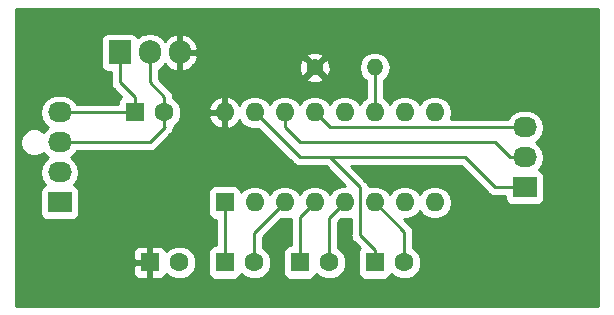
<source format=gbr>
G04 #@! TF.GenerationSoftware,KiCad,Pcbnew,(5.0.0)*
G04 #@! TF.CreationDate,2018-09-20T15:45:23+02:00*
G04 #@! TF.ProjectId,minitel_interface,6D696E6974656C5F696E746572666163,rev?*
G04 #@! TF.SameCoordinates,Original*
G04 #@! TF.FileFunction,Copper,L1,Top,Signal*
G04 #@! TF.FilePolarity,Positive*
%FSLAX46Y46*%
G04 Gerber Fmt 4.6, Leading zero omitted, Abs format (unit mm)*
G04 Created by KiCad (PCBNEW (5.0.0)) date 09/20/18 15:45:23*
%MOMM*%
%LPD*%
G01*
G04 APERTURE LIST*
G04 #@! TA.AperFunction,ComponentPad*
%ADD10R,1.600000X1.600000*%
G04 #@! TD*
G04 #@! TA.AperFunction,ComponentPad*
%ADD11C,1.600000*%
G04 #@! TD*
G04 #@! TA.AperFunction,ComponentPad*
%ADD12R,2.030000X1.730000*%
G04 #@! TD*
G04 #@! TA.AperFunction,ComponentPad*
%ADD13O,2.030000X1.730000*%
G04 #@! TD*
G04 #@! TA.AperFunction,ComponentPad*
%ADD14C,1.400000*%
G04 #@! TD*
G04 #@! TA.AperFunction,ComponentPad*
%ADD15O,1.400000X1.400000*%
G04 #@! TD*
G04 #@! TA.AperFunction,ComponentPad*
%ADD16R,1.905000X2.000000*%
G04 #@! TD*
G04 #@! TA.AperFunction,ComponentPad*
%ADD17O,1.905000X2.000000*%
G04 #@! TD*
G04 #@! TA.AperFunction,ComponentPad*
%ADD18O,1.600000X1.600000*%
G04 #@! TD*
G04 #@! TA.AperFunction,Conductor*
%ADD19C,0.250000*%
G04 #@! TD*
G04 #@! TA.AperFunction,Conductor*
%ADD20C,0.254000*%
G04 #@! TD*
G04 APERTURE END LIST*
D10*
G04 #@! TO.P,C1,1*
G04 #@! TO.N,+12V*
X43180000Y-31750000D03*
D11*
G04 #@! TO.P,C1,2*
G04 #@! TO.N,GND*
X45680000Y-31750000D03*
G04 #@! TD*
G04 #@! TO.P,C2,2*
G04 #@! TO.N,Net-(C2-Pad2)*
X53300000Y-44450000D03*
D10*
G04 #@! TO.P,C2,1*
G04 #@! TO.N,Net-(C2-Pad1)*
X50800000Y-44450000D03*
G04 #@! TD*
G04 #@! TO.P,C3,1*
G04 #@! TO.N,Net-(C3-Pad1)*
X57150000Y-44450000D03*
D11*
G04 #@! TO.P,C3,2*
G04 #@! TO.N,Net-(C3-Pad2)*
X59650000Y-44450000D03*
G04 #@! TD*
G04 #@! TO.P,C4,2*
G04 #@! TO.N,Net-(C4-Pad2)*
X46950000Y-44450000D03*
D10*
G04 #@! TO.P,C4,1*
G04 #@! TO.N,REG_5V*
X44450000Y-44450000D03*
G04 #@! TD*
G04 #@! TO.P,C5,1*
G04 #@! TO.N,GND*
X63500000Y-44450000D03*
D11*
G04 #@! TO.P,C5,2*
G04 #@! TO.N,Net-(C5-Pad2)*
X66000000Y-44450000D03*
G04 #@! TD*
D12*
G04 #@! TO.P,MinitelDIN5,1*
G04 #@! TO.N,Net-(MinitelDIN5-Pad1)*
X36830000Y-39370000D03*
D13*
G04 #@! TO.P,MinitelDIN5,2*
G04 #@! TO.N,Net-(MinitelDIN5-Pad2)*
X36830000Y-36830000D03*
G04 #@! TO.P,MinitelDIN5,3*
G04 #@! TO.N,GND*
X36830000Y-34290000D03*
G04 #@! TO.P,MinitelDIN5,4*
G04 #@! TO.N,+12V*
X36830000Y-31750000D03*
G04 #@! TD*
D12*
G04 #@! TO.P,PC-Serial1,1*
G04 #@! TO.N,GND*
X76200000Y-38100000D03*
D13*
G04 #@! TO.P,PC-Serial1,2*
G04 #@! TO.N,Net-(PC-Serial1-Pad2)*
X76200000Y-35560000D03*
G04 #@! TO.P,PC-Serial1,3*
G04 #@! TO.N,Net-(PC-Serial1-Pad3)*
X76200000Y-33020000D03*
G04 #@! TD*
D14*
G04 #@! TO.P,R1,1*
G04 #@! TO.N,REG_5V*
X58420000Y-27940000D03*
D15*
G04 #@! TO.P,R1,2*
G04 #@! TO.N,Net-(MinitelDIN5-Pad1)*
X63500000Y-27940000D03*
G04 #@! TD*
D16*
G04 #@! TO.P,U1,1*
G04 #@! TO.N,+12V*
X41910000Y-26670000D03*
D17*
G04 #@! TO.P,U1,2*
G04 #@! TO.N,GND*
X44450000Y-26670000D03*
G04 #@! TO.P,U1,3*
G04 #@! TO.N,REG_5V*
X46990000Y-26670000D03*
G04 #@! TD*
D10*
G04 #@! TO.P,U2,1*
G04 #@! TO.N,Net-(C2-Pad1)*
X50800000Y-39370000D03*
D18*
G04 #@! TO.P,U2,9*
G04 #@! TO.N,Net-(U2-Pad9)*
X68580000Y-31750000D03*
G04 #@! TO.P,U2,2*
G04 #@! TO.N,Net-(C4-Pad2)*
X53340000Y-39370000D03*
G04 #@! TO.P,U2,10*
G04 #@! TO.N,Net-(MinitelDIN5-Pad2)*
X66040000Y-31750000D03*
G04 #@! TO.P,U2,3*
G04 #@! TO.N,Net-(C2-Pad2)*
X55880000Y-39370000D03*
G04 #@! TO.P,U2,11*
G04 #@! TO.N,Net-(MinitelDIN5-Pad1)*
X63500000Y-31750000D03*
G04 #@! TO.P,U2,4*
G04 #@! TO.N,Net-(C3-Pad1)*
X58420000Y-39370000D03*
G04 #@! TO.P,U2,12*
G04 #@! TO.N,Net-(U2-Pad12)*
X60960000Y-31750000D03*
G04 #@! TO.P,U2,5*
G04 #@! TO.N,Net-(C3-Pad2)*
X60960000Y-39370000D03*
G04 #@! TO.P,U2,13*
G04 #@! TO.N,Net-(PC-Serial1-Pad3)*
X58420000Y-31750000D03*
G04 #@! TO.P,U2,6*
G04 #@! TO.N,Net-(C5-Pad2)*
X63500000Y-39370000D03*
G04 #@! TO.P,U2,14*
G04 #@! TO.N,Net-(PC-Serial1-Pad2)*
X55880000Y-31750000D03*
G04 #@! TO.P,U2,7*
G04 #@! TO.N,Net-(U2-Pad7)*
X66040000Y-39370000D03*
G04 #@! TO.P,U2,15*
G04 #@! TO.N,GND*
X53340000Y-31750000D03*
G04 #@! TO.P,U2,8*
G04 #@! TO.N,Net-(U2-Pad8)*
X68580000Y-39370000D03*
G04 #@! TO.P,U2,16*
G04 #@! TO.N,REG_5V*
X50800000Y-31750000D03*
G04 #@! TD*
D19*
G04 #@! TO.N,+12V*
X36830000Y-31750000D02*
X43180000Y-31750000D01*
X43180000Y-31750000D02*
X43180000Y-30480000D01*
X41910000Y-29210000D02*
X41910000Y-26670000D01*
X43180000Y-30480000D02*
X41910000Y-29210000D01*
G04 #@! TO.N,GND*
X45680000Y-31750000D02*
X45680000Y-30440000D01*
X44450000Y-29210000D02*
X44450000Y-26670000D01*
X45680000Y-30440000D02*
X44450000Y-29210000D01*
X44450000Y-34290000D02*
X45720000Y-33020000D01*
X36830000Y-34290000D02*
X44450000Y-34290000D01*
X45680000Y-32980000D02*
X45680000Y-31750000D01*
X45720000Y-33020000D02*
X45680000Y-32980000D01*
X53340000Y-31750000D02*
X57150000Y-35560000D01*
X57150000Y-35560000D02*
X71120000Y-35560000D01*
X73660000Y-38100000D02*
X76200000Y-38100000D01*
X71120000Y-35560000D02*
X73660000Y-38100000D01*
X63500000Y-43400000D02*
X62230000Y-42130000D01*
X63500000Y-44450000D02*
X63500000Y-43400000D01*
X62230000Y-42130000D02*
X62230000Y-38100000D01*
X62230000Y-38100000D02*
X59690000Y-35560000D01*
G04 #@! TO.N,Net-(C2-Pad2)*
X53300000Y-41950000D02*
X55880000Y-39370000D01*
X53300000Y-44450000D02*
X53300000Y-41950000D01*
G04 #@! TO.N,Net-(C2-Pad1)*
X50800000Y-39370000D02*
X50800000Y-44450000D01*
G04 #@! TO.N,Net-(C3-Pad1)*
X57150000Y-40640000D02*
X58420000Y-39370000D01*
X57150000Y-44450000D02*
X57150000Y-40640000D01*
G04 #@! TO.N,Net-(C3-Pad2)*
X59650000Y-40680000D02*
X60960000Y-39370000D01*
X59650000Y-44450000D02*
X59650000Y-40680000D01*
G04 #@! TO.N,REG_5V*
X57150000Y-26670000D02*
X58420000Y-27940000D01*
X46990000Y-26670000D02*
X57150000Y-26670000D01*
X48260000Y-31750000D02*
X50800000Y-31750000D01*
X46990000Y-26670000D02*
X46990000Y-30480000D01*
X46990000Y-30480000D02*
X48260000Y-31750000D01*
X44450000Y-36830000D02*
X44450000Y-44450000D01*
X50800000Y-31750000D02*
X49530000Y-31750000D01*
X49530000Y-31750000D02*
X44450000Y-36830000D01*
G04 #@! TO.N,Net-(C5-Pad2)*
X66000000Y-41870000D02*
X63500000Y-39370000D01*
X66000000Y-44450000D02*
X66000000Y-41870000D01*
G04 #@! TO.N,Net-(MinitelDIN5-Pad1)*
X63500000Y-27940000D02*
X63500000Y-31750000D01*
G04 #@! TO.N,Net-(PC-Serial1-Pad2)*
X74935000Y-35560000D02*
X73665000Y-34290000D01*
X76200000Y-35560000D02*
X74935000Y-35560000D01*
X73665000Y-34290000D02*
X57150000Y-34290000D01*
X57150000Y-34290000D02*
X55880000Y-33020000D01*
X55880000Y-33020000D02*
X55880000Y-31750000D01*
G04 #@! TO.N,Net-(PC-Serial1-Pad3)*
X59690000Y-33020000D02*
X58420000Y-31750000D01*
X76200000Y-33020000D02*
X59690000Y-33020000D01*
G04 #@! TD*
D20*
G04 #@! TO.N,REG_5V*
G36*
X82423000Y-48133000D02*
X33147000Y-48133000D01*
X33147000Y-44735750D01*
X43015000Y-44735750D01*
X43015000Y-45376310D01*
X43111673Y-45609699D01*
X43290302Y-45788327D01*
X43523691Y-45885000D01*
X44164250Y-45885000D01*
X44323000Y-45726250D01*
X44323000Y-44577000D01*
X43173750Y-44577000D01*
X43015000Y-44735750D01*
X33147000Y-44735750D01*
X33147000Y-43523690D01*
X43015000Y-43523690D01*
X43015000Y-44164250D01*
X43173750Y-44323000D01*
X44323000Y-44323000D01*
X44323000Y-43173750D01*
X44577000Y-43173750D01*
X44577000Y-44323000D01*
X44597000Y-44323000D01*
X44597000Y-44577000D01*
X44577000Y-44577000D01*
X44577000Y-45726250D01*
X44735750Y-45885000D01*
X45376309Y-45885000D01*
X45609698Y-45788327D01*
X45788327Y-45609699D01*
X45873845Y-45403241D01*
X46137138Y-45666534D01*
X46664561Y-45885000D01*
X47235439Y-45885000D01*
X47762862Y-45666534D01*
X48166534Y-45262862D01*
X48385000Y-44735439D01*
X48385000Y-44164561D01*
X48166534Y-43637138D01*
X47762862Y-43233466D01*
X47235439Y-43015000D01*
X46664561Y-43015000D01*
X46137138Y-43233466D01*
X45873845Y-43496759D01*
X45788327Y-43290301D01*
X45609698Y-43111673D01*
X45376309Y-43015000D01*
X44735750Y-43015000D01*
X44577000Y-43173750D01*
X44323000Y-43173750D01*
X44164250Y-43015000D01*
X43523691Y-43015000D01*
X43290302Y-43111673D01*
X43111673Y-43290301D01*
X43015000Y-43523690D01*
X33147000Y-43523690D01*
X33147000Y-34054289D01*
X33485000Y-34054289D01*
X33485000Y-34525711D01*
X33665405Y-34961249D01*
X33998751Y-35294595D01*
X34434289Y-35475000D01*
X34905711Y-35475000D01*
X35341249Y-35294595D01*
X35464717Y-35171127D01*
X35598561Y-35371439D01*
X35880762Y-35560000D01*
X35598561Y-35748561D01*
X35267032Y-36244729D01*
X35150614Y-36830000D01*
X35267032Y-37415271D01*
X35592175Y-37901882D01*
X35567235Y-37906843D01*
X35357191Y-38047191D01*
X35216843Y-38257235D01*
X35167560Y-38505000D01*
X35167560Y-40235000D01*
X35216843Y-40482765D01*
X35357191Y-40692809D01*
X35567235Y-40833157D01*
X35815000Y-40882440D01*
X37845000Y-40882440D01*
X38092765Y-40833157D01*
X38302809Y-40692809D01*
X38443157Y-40482765D01*
X38492440Y-40235000D01*
X38492440Y-38570000D01*
X49352560Y-38570000D01*
X49352560Y-40170000D01*
X49401843Y-40417765D01*
X49542191Y-40627809D01*
X49752235Y-40768157D01*
X50000000Y-40817440D01*
X50040000Y-40817440D01*
X50040001Y-43002560D01*
X50000000Y-43002560D01*
X49752235Y-43051843D01*
X49542191Y-43192191D01*
X49401843Y-43402235D01*
X49352560Y-43650000D01*
X49352560Y-45250000D01*
X49401843Y-45497765D01*
X49542191Y-45707809D01*
X49752235Y-45848157D01*
X50000000Y-45897440D01*
X51600000Y-45897440D01*
X51847765Y-45848157D01*
X52057809Y-45707809D01*
X52198157Y-45497765D01*
X52218101Y-45397497D01*
X52487138Y-45666534D01*
X53014561Y-45885000D01*
X53585439Y-45885000D01*
X54112862Y-45666534D01*
X54516534Y-45262862D01*
X54735000Y-44735439D01*
X54735000Y-44164561D01*
X54516534Y-43637138D01*
X54112862Y-43233466D01*
X54060000Y-43211570D01*
X54060000Y-42264801D01*
X55556114Y-40768688D01*
X55738667Y-40805000D01*
X56021333Y-40805000D01*
X56390001Y-40731667D01*
X56390000Y-43002560D01*
X56350000Y-43002560D01*
X56102235Y-43051843D01*
X55892191Y-43192191D01*
X55751843Y-43402235D01*
X55702560Y-43650000D01*
X55702560Y-45250000D01*
X55751843Y-45497765D01*
X55892191Y-45707809D01*
X56102235Y-45848157D01*
X56350000Y-45897440D01*
X57950000Y-45897440D01*
X58197765Y-45848157D01*
X58407809Y-45707809D01*
X58548157Y-45497765D01*
X58568101Y-45397497D01*
X58837138Y-45666534D01*
X59364561Y-45885000D01*
X59935439Y-45885000D01*
X60462862Y-45666534D01*
X60866534Y-45262862D01*
X61085000Y-44735439D01*
X61085000Y-44164561D01*
X60866534Y-43637138D01*
X60462862Y-43233466D01*
X60410000Y-43211570D01*
X60410000Y-40994801D01*
X60636114Y-40768688D01*
X60818667Y-40805000D01*
X61101333Y-40805000D01*
X61470000Y-40731667D01*
X61470000Y-42055153D01*
X61455112Y-42130000D01*
X61470000Y-42204847D01*
X61470000Y-42204851D01*
X61514096Y-42426536D01*
X61682071Y-42677929D01*
X61745530Y-42720331D01*
X62232257Y-43207058D01*
X62101843Y-43402235D01*
X62052560Y-43650000D01*
X62052560Y-45250000D01*
X62101843Y-45497765D01*
X62242191Y-45707809D01*
X62452235Y-45848157D01*
X62700000Y-45897440D01*
X64300000Y-45897440D01*
X64547765Y-45848157D01*
X64757809Y-45707809D01*
X64898157Y-45497765D01*
X64918101Y-45397497D01*
X65187138Y-45666534D01*
X65714561Y-45885000D01*
X66285439Y-45885000D01*
X66812862Y-45666534D01*
X67216534Y-45262862D01*
X67435000Y-44735439D01*
X67435000Y-44164561D01*
X67216534Y-43637138D01*
X66812862Y-43233466D01*
X66760000Y-43211570D01*
X66760000Y-41944847D01*
X66774888Y-41870000D01*
X66760000Y-41795153D01*
X66760000Y-41795148D01*
X66715904Y-41573463D01*
X66547929Y-41322071D01*
X66484473Y-41279671D01*
X66009802Y-40805000D01*
X66181333Y-40805000D01*
X66599909Y-40721740D01*
X67074577Y-40404577D01*
X67310000Y-40052242D01*
X67545423Y-40404577D01*
X68020091Y-40721740D01*
X68438667Y-40805000D01*
X68721333Y-40805000D01*
X69139909Y-40721740D01*
X69614577Y-40404577D01*
X69931740Y-39929909D01*
X70043113Y-39370000D01*
X69931740Y-38810091D01*
X69614577Y-38335423D01*
X69139909Y-38018260D01*
X68721333Y-37935000D01*
X68438667Y-37935000D01*
X68020091Y-38018260D01*
X67545423Y-38335423D01*
X67310000Y-38687758D01*
X67074577Y-38335423D01*
X66599909Y-38018260D01*
X66181333Y-37935000D01*
X65898667Y-37935000D01*
X65480091Y-38018260D01*
X65005423Y-38335423D01*
X64770000Y-38687758D01*
X64534577Y-38335423D01*
X64059909Y-38018260D01*
X63641333Y-37935000D01*
X63358667Y-37935000D01*
X62986782Y-38008972D01*
X62945904Y-37803463D01*
X62904102Y-37740902D01*
X62820329Y-37615526D01*
X62820327Y-37615524D01*
X62777929Y-37552071D01*
X62714476Y-37509673D01*
X61524802Y-36320000D01*
X70805199Y-36320000D01*
X73069673Y-38584476D01*
X73112071Y-38647929D01*
X73175524Y-38690327D01*
X73175526Y-38690329D01*
X73300902Y-38774102D01*
X73363463Y-38815904D01*
X73585148Y-38860000D01*
X73585152Y-38860000D01*
X73659999Y-38874888D01*
X73734846Y-38860000D01*
X74537560Y-38860000D01*
X74537560Y-38965000D01*
X74586843Y-39212765D01*
X74727191Y-39422809D01*
X74937235Y-39563157D01*
X75185000Y-39612440D01*
X77215000Y-39612440D01*
X77462765Y-39563157D01*
X77672809Y-39422809D01*
X77813157Y-39212765D01*
X77862440Y-38965000D01*
X77862440Y-37235000D01*
X77813157Y-36987235D01*
X77672809Y-36777191D01*
X77462765Y-36636843D01*
X77437825Y-36631882D01*
X77762968Y-36145271D01*
X77879386Y-35560000D01*
X77762968Y-34974729D01*
X77431439Y-34478561D01*
X77149238Y-34290000D01*
X77431439Y-34101439D01*
X77762968Y-33605271D01*
X77879386Y-33020000D01*
X77762968Y-32434729D01*
X77431439Y-31938561D01*
X76935271Y-31607032D01*
X76497733Y-31520000D01*
X75902267Y-31520000D01*
X75464729Y-31607032D01*
X74968561Y-31938561D01*
X74753782Y-32260000D01*
X69941668Y-32260000D01*
X70043113Y-31750000D01*
X69931740Y-31190091D01*
X69614577Y-30715423D01*
X69139909Y-30398260D01*
X68721333Y-30315000D01*
X68438667Y-30315000D01*
X68020091Y-30398260D01*
X67545423Y-30715423D01*
X67310000Y-31067758D01*
X67074577Y-30715423D01*
X66599909Y-30398260D01*
X66181333Y-30315000D01*
X65898667Y-30315000D01*
X65480091Y-30398260D01*
X65005423Y-30715423D01*
X64770000Y-31067758D01*
X64534577Y-30715423D01*
X64260000Y-30531957D01*
X64260000Y-29037774D01*
X64462481Y-28902481D01*
X64757542Y-28460891D01*
X64861154Y-27940000D01*
X64757542Y-27419109D01*
X64462481Y-26977519D01*
X64020891Y-26682458D01*
X63631485Y-26605000D01*
X63368515Y-26605000D01*
X62979109Y-26682458D01*
X62537519Y-26977519D01*
X62242458Y-27419109D01*
X62138846Y-27940000D01*
X62242458Y-28460891D01*
X62537519Y-28902481D01*
X62740000Y-29037775D01*
X62740001Y-30531956D01*
X62465423Y-30715423D01*
X62230000Y-31067758D01*
X61994577Y-30715423D01*
X61519909Y-30398260D01*
X61101333Y-30315000D01*
X60818667Y-30315000D01*
X60400091Y-30398260D01*
X59925423Y-30715423D01*
X59690000Y-31067758D01*
X59454577Y-30715423D01*
X58979909Y-30398260D01*
X58561333Y-30315000D01*
X58278667Y-30315000D01*
X57860091Y-30398260D01*
X57385423Y-30715423D01*
X57150000Y-31067758D01*
X56914577Y-30715423D01*
X56439909Y-30398260D01*
X56021333Y-30315000D01*
X55738667Y-30315000D01*
X55320091Y-30398260D01*
X54845423Y-30715423D01*
X54610000Y-31067758D01*
X54374577Y-30715423D01*
X53899909Y-30398260D01*
X53481333Y-30315000D01*
X53198667Y-30315000D01*
X52780091Y-30398260D01*
X52305423Y-30715423D01*
X52049053Y-31099108D01*
X51952389Y-30894866D01*
X51537423Y-30518959D01*
X51149039Y-30358096D01*
X50927000Y-30480085D01*
X50927000Y-31623000D01*
X50947000Y-31623000D01*
X50947000Y-31877000D01*
X50927000Y-31877000D01*
X50927000Y-33019915D01*
X51149039Y-33141904D01*
X51537423Y-32981041D01*
X51952389Y-32605134D01*
X52049053Y-32400892D01*
X52305423Y-32784577D01*
X52780091Y-33101740D01*
X53198667Y-33185000D01*
X53481333Y-33185000D01*
X53663887Y-33148688D01*
X56559670Y-36044472D01*
X56602071Y-36107929D01*
X56665527Y-36150329D01*
X56853462Y-36275904D01*
X56901605Y-36285480D01*
X57075148Y-36320000D01*
X57075152Y-36320000D01*
X57150000Y-36334888D01*
X57224848Y-36320000D01*
X59375199Y-36320000D01*
X60990198Y-37935000D01*
X60818667Y-37935000D01*
X60400091Y-38018260D01*
X59925423Y-38335423D01*
X59690000Y-38687758D01*
X59454577Y-38335423D01*
X58979909Y-38018260D01*
X58561333Y-37935000D01*
X58278667Y-37935000D01*
X57860091Y-38018260D01*
X57385423Y-38335423D01*
X57150000Y-38687758D01*
X56914577Y-38335423D01*
X56439909Y-38018260D01*
X56021333Y-37935000D01*
X55738667Y-37935000D01*
X55320091Y-38018260D01*
X54845423Y-38335423D01*
X54610000Y-38687758D01*
X54374577Y-38335423D01*
X53899909Y-38018260D01*
X53481333Y-37935000D01*
X53198667Y-37935000D01*
X52780091Y-38018260D01*
X52305423Y-38335423D01*
X52224785Y-38456106D01*
X52198157Y-38322235D01*
X52057809Y-38112191D01*
X51847765Y-37971843D01*
X51600000Y-37922560D01*
X50000000Y-37922560D01*
X49752235Y-37971843D01*
X49542191Y-38112191D01*
X49401843Y-38322235D01*
X49352560Y-38570000D01*
X38492440Y-38570000D01*
X38492440Y-38505000D01*
X38443157Y-38257235D01*
X38302809Y-38047191D01*
X38092765Y-37906843D01*
X38067825Y-37901882D01*
X38392968Y-37415271D01*
X38509386Y-36830000D01*
X38392968Y-36244729D01*
X38061439Y-35748561D01*
X37779238Y-35560000D01*
X38061439Y-35371439D01*
X38276218Y-35050000D01*
X44375153Y-35050000D01*
X44450000Y-35064888D01*
X44524847Y-35050000D01*
X44524852Y-35050000D01*
X44746537Y-35005904D01*
X44997929Y-34837929D01*
X45040331Y-34774470D01*
X46204473Y-33610329D01*
X46267929Y-33567929D01*
X46435904Y-33316537D01*
X46494888Y-33020000D01*
X46484908Y-32969828D01*
X46492862Y-32966534D01*
X46896534Y-32562862D01*
X47088655Y-32099041D01*
X49408086Y-32099041D01*
X49647611Y-32605134D01*
X50062577Y-32981041D01*
X50450961Y-33141904D01*
X50673000Y-33019915D01*
X50673000Y-31877000D01*
X49529371Y-31877000D01*
X49408086Y-32099041D01*
X47088655Y-32099041D01*
X47115000Y-32035439D01*
X47115000Y-31464561D01*
X47088656Y-31400959D01*
X49408086Y-31400959D01*
X49529371Y-31623000D01*
X50673000Y-31623000D01*
X50673000Y-30480085D01*
X50450961Y-30358096D01*
X50062577Y-30518959D01*
X49647611Y-30894866D01*
X49408086Y-31400959D01*
X47088656Y-31400959D01*
X46896534Y-30937138D01*
X46492862Y-30533466D01*
X46440602Y-30511819D01*
X46454888Y-30440000D01*
X46440000Y-30365152D01*
X46440000Y-30365148D01*
X46395904Y-30143463D01*
X46395904Y-30143462D01*
X46270329Y-29955527D01*
X46227929Y-29892071D01*
X46164473Y-29849671D01*
X45210000Y-28895199D01*
X45210000Y-28875275D01*
X57664331Y-28875275D01*
X57726169Y-29111042D01*
X58227122Y-29287419D01*
X58757440Y-29258664D01*
X59113831Y-29111042D01*
X59175669Y-28875275D01*
X58420000Y-28119605D01*
X57664331Y-28875275D01*
X45210000Y-28875275D01*
X45210000Y-28118953D01*
X45594523Y-27862023D01*
X45729159Y-27660526D01*
X46123076Y-28045973D01*
X46617020Y-28260563D01*
X46863000Y-28140594D01*
X46863000Y-26797000D01*
X47117000Y-26797000D01*
X47117000Y-28140594D01*
X47362980Y-28260563D01*
X47856924Y-28045973D01*
X48162341Y-27747122D01*
X57072581Y-27747122D01*
X57101336Y-28277440D01*
X57248958Y-28633831D01*
X57484725Y-28695669D01*
X58240395Y-27940000D01*
X58599605Y-27940000D01*
X59355275Y-28695669D01*
X59591042Y-28633831D01*
X59767419Y-28132878D01*
X59738664Y-27602560D01*
X59591042Y-27246169D01*
X59355275Y-27184331D01*
X58599605Y-27940000D01*
X58240395Y-27940000D01*
X57484725Y-27184331D01*
X57248958Y-27246169D01*
X57072581Y-27747122D01*
X48162341Y-27747122D01*
X48299318Y-27613091D01*
X48542380Y-27043864D01*
X48522276Y-27004725D01*
X57664331Y-27004725D01*
X58420000Y-27760395D01*
X59175669Y-27004725D01*
X59113831Y-26768958D01*
X58612878Y-26592581D01*
X58082560Y-26621336D01*
X57726169Y-26768958D01*
X57664331Y-27004725D01*
X48522276Y-27004725D01*
X48415572Y-26797000D01*
X47117000Y-26797000D01*
X46863000Y-26797000D01*
X46843000Y-26797000D01*
X46843000Y-26543000D01*
X46863000Y-26543000D01*
X46863000Y-25199406D01*
X47117000Y-25199406D01*
X47117000Y-26543000D01*
X48415572Y-26543000D01*
X48542380Y-26296136D01*
X48299318Y-25726909D01*
X47856924Y-25294027D01*
X47362980Y-25079437D01*
X47117000Y-25199406D01*
X46863000Y-25199406D01*
X46617020Y-25079437D01*
X46123076Y-25294027D01*
X45729159Y-25679474D01*
X45594523Y-25477977D01*
X45069410Y-25127109D01*
X44450000Y-25003900D01*
X43830589Y-25127109D01*
X43438509Y-25389088D01*
X43320309Y-25212191D01*
X43110265Y-25071843D01*
X42862500Y-25022560D01*
X40957500Y-25022560D01*
X40709735Y-25071843D01*
X40499691Y-25212191D01*
X40359343Y-25422235D01*
X40310060Y-25670000D01*
X40310060Y-27670000D01*
X40359343Y-27917765D01*
X40499691Y-28127809D01*
X40709735Y-28268157D01*
X40957500Y-28317440D01*
X41150000Y-28317440D01*
X41150000Y-29135153D01*
X41135112Y-29210000D01*
X41150000Y-29284847D01*
X41150000Y-29284851D01*
X41194096Y-29506536D01*
X41362071Y-29757929D01*
X41425530Y-29800331D01*
X42039204Y-30414005D01*
X41922191Y-30492191D01*
X41781843Y-30702235D01*
X41732560Y-30950000D01*
X41732560Y-30990000D01*
X38276218Y-30990000D01*
X38061439Y-30668561D01*
X37565271Y-30337032D01*
X37127733Y-30250000D01*
X36532267Y-30250000D01*
X36094729Y-30337032D01*
X35598561Y-30668561D01*
X35267032Y-31164729D01*
X35150614Y-31750000D01*
X35267032Y-32335271D01*
X35598561Y-32831439D01*
X35880762Y-33020000D01*
X35598561Y-33208561D01*
X35464717Y-33408873D01*
X35341249Y-33285405D01*
X34905711Y-33105000D01*
X34434289Y-33105000D01*
X33998751Y-33285405D01*
X33665405Y-33618751D01*
X33485000Y-34054289D01*
X33147000Y-34054289D01*
X33147000Y-22987000D01*
X82423000Y-22987000D01*
X82423000Y-48133000D01*
X82423000Y-48133000D01*
G37*
X82423000Y-48133000D02*
X33147000Y-48133000D01*
X33147000Y-44735750D01*
X43015000Y-44735750D01*
X43015000Y-45376310D01*
X43111673Y-45609699D01*
X43290302Y-45788327D01*
X43523691Y-45885000D01*
X44164250Y-45885000D01*
X44323000Y-45726250D01*
X44323000Y-44577000D01*
X43173750Y-44577000D01*
X43015000Y-44735750D01*
X33147000Y-44735750D01*
X33147000Y-43523690D01*
X43015000Y-43523690D01*
X43015000Y-44164250D01*
X43173750Y-44323000D01*
X44323000Y-44323000D01*
X44323000Y-43173750D01*
X44577000Y-43173750D01*
X44577000Y-44323000D01*
X44597000Y-44323000D01*
X44597000Y-44577000D01*
X44577000Y-44577000D01*
X44577000Y-45726250D01*
X44735750Y-45885000D01*
X45376309Y-45885000D01*
X45609698Y-45788327D01*
X45788327Y-45609699D01*
X45873845Y-45403241D01*
X46137138Y-45666534D01*
X46664561Y-45885000D01*
X47235439Y-45885000D01*
X47762862Y-45666534D01*
X48166534Y-45262862D01*
X48385000Y-44735439D01*
X48385000Y-44164561D01*
X48166534Y-43637138D01*
X47762862Y-43233466D01*
X47235439Y-43015000D01*
X46664561Y-43015000D01*
X46137138Y-43233466D01*
X45873845Y-43496759D01*
X45788327Y-43290301D01*
X45609698Y-43111673D01*
X45376309Y-43015000D01*
X44735750Y-43015000D01*
X44577000Y-43173750D01*
X44323000Y-43173750D01*
X44164250Y-43015000D01*
X43523691Y-43015000D01*
X43290302Y-43111673D01*
X43111673Y-43290301D01*
X43015000Y-43523690D01*
X33147000Y-43523690D01*
X33147000Y-34054289D01*
X33485000Y-34054289D01*
X33485000Y-34525711D01*
X33665405Y-34961249D01*
X33998751Y-35294595D01*
X34434289Y-35475000D01*
X34905711Y-35475000D01*
X35341249Y-35294595D01*
X35464717Y-35171127D01*
X35598561Y-35371439D01*
X35880762Y-35560000D01*
X35598561Y-35748561D01*
X35267032Y-36244729D01*
X35150614Y-36830000D01*
X35267032Y-37415271D01*
X35592175Y-37901882D01*
X35567235Y-37906843D01*
X35357191Y-38047191D01*
X35216843Y-38257235D01*
X35167560Y-38505000D01*
X35167560Y-40235000D01*
X35216843Y-40482765D01*
X35357191Y-40692809D01*
X35567235Y-40833157D01*
X35815000Y-40882440D01*
X37845000Y-40882440D01*
X38092765Y-40833157D01*
X38302809Y-40692809D01*
X38443157Y-40482765D01*
X38492440Y-40235000D01*
X38492440Y-38570000D01*
X49352560Y-38570000D01*
X49352560Y-40170000D01*
X49401843Y-40417765D01*
X49542191Y-40627809D01*
X49752235Y-40768157D01*
X50000000Y-40817440D01*
X50040000Y-40817440D01*
X50040001Y-43002560D01*
X50000000Y-43002560D01*
X49752235Y-43051843D01*
X49542191Y-43192191D01*
X49401843Y-43402235D01*
X49352560Y-43650000D01*
X49352560Y-45250000D01*
X49401843Y-45497765D01*
X49542191Y-45707809D01*
X49752235Y-45848157D01*
X50000000Y-45897440D01*
X51600000Y-45897440D01*
X51847765Y-45848157D01*
X52057809Y-45707809D01*
X52198157Y-45497765D01*
X52218101Y-45397497D01*
X52487138Y-45666534D01*
X53014561Y-45885000D01*
X53585439Y-45885000D01*
X54112862Y-45666534D01*
X54516534Y-45262862D01*
X54735000Y-44735439D01*
X54735000Y-44164561D01*
X54516534Y-43637138D01*
X54112862Y-43233466D01*
X54060000Y-43211570D01*
X54060000Y-42264801D01*
X55556114Y-40768688D01*
X55738667Y-40805000D01*
X56021333Y-40805000D01*
X56390001Y-40731667D01*
X56390000Y-43002560D01*
X56350000Y-43002560D01*
X56102235Y-43051843D01*
X55892191Y-43192191D01*
X55751843Y-43402235D01*
X55702560Y-43650000D01*
X55702560Y-45250000D01*
X55751843Y-45497765D01*
X55892191Y-45707809D01*
X56102235Y-45848157D01*
X56350000Y-45897440D01*
X57950000Y-45897440D01*
X58197765Y-45848157D01*
X58407809Y-45707809D01*
X58548157Y-45497765D01*
X58568101Y-45397497D01*
X58837138Y-45666534D01*
X59364561Y-45885000D01*
X59935439Y-45885000D01*
X60462862Y-45666534D01*
X60866534Y-45262862D01*
X61085000Y-44735439D01*
X61085000Y-44164561D01*
X60866534Y-43637138D01*
X60462862Y-43233466D01*
X60410000Y-43211570D01*
X60410000Y-40994801D01*
X60636114Y-40768688D01*
X60818667Y-40805000D01*
X61101333Y-40805000D01*
X61470000Y-40731667D01*
X61470000Y-42055153D01*
X61455112Y-42130000D01*
X61470000Y-42204847D01*
X61470000Y-42204851D01*
X61514096Y-42426536D01*
X61682071Y-42677929D01*
X61745530Y-42720331D01*
X62232257Y-43207058D01*
X62101843Y-43402235D01*
X62052560Y-43650000D01*
X62052560Y-45250000D01*
X62101843Y-45497765D01*
X62242191Y-45707809D01*
X62452235Y-45848157D01*
X62700000Y-45897440D01*
X64300000Y-45897440D01*
X64547765Y-45848157D01*
X64757809Y-45707809D01*
X64898157Y-45497765D01*
X64918101Y-45397497D01*
X65187138Y-45666534D01*
X65714561Y-45885000D01*
X66285439Y-45885000D01*
X66812862Y-45666534D01*
X67216534Y-45262862D01*
X67435000Y-44735439D01*
X67435000Y-44164561D01*
X67216534Y-43637138D01*
X66812862Y-43233466D01*
X66760000Y-43211570D01*
X66760000Y-41944847D01*
X66774888Y-41870000D01*
X66760000Y-41795153D01*
X66760000Y-41795148D01*
X66715904Y-41573463D01*
X66547929Y-41322071D01*
X66484473Y-41279671D01*
X66009802Y-40805000D01*
X66181333Y-40805000D01*
X66599909Y-40721740D01*
X67074577Y-40404577D01*
X67310000Y-40052242D01*
X67545423Y-40404577D01*
X68020091Y-40721740D01*
X68438667Y-40805000D01*
X68721333Y-40805000D01*
X69139909Y-40721740D01*
X69614577Y-40404577D01*
X69931740Y-39929909D01*
X70043113Y-39370000D01*
X69931740Y-38810091D01*
X69614577Y-38335423D01*
X69139909Y-38018260D01*
X68721333Y-37935000D01*
X68438667Y-37935000D01*
X68020091Y-38018260D01*
X67545423Y-38335423D01*
X67310000Y-38687758D01*
X67074577Y-38335423D01*
X66599909Y-38018260D01*
X66181333Y-37935000D01*
X65898667Y-37935000D01*
X65480091Y-38018260D01*
X65005423Y-38335423D01*
X64770000Y-38687758D01*
X64534577Y-38335423D01*
X64059909Y-38018260D01*
X63641333Y-37935000D01*
X63358667Y-37935000D01*
X62986782Y-38008972D01*
X62945904Y-37803463D01*
X62904102Y-37740902D01*
X62820329Y-37615526D01*
X62820327Y-37615524D01*
X62777929Y-37552071D01*
X62714476Y-37509673D01*
X61524802Y-36320000D01*
X70805199Y-36320000D01*
X73069673Y-38584476D01*
X73112071Y-38647929D01*
X73175524Y-38690327D01*
X73175526Y-38690329D01*
X73300902Y-38774102D01*
X73363463Y-38815904D01*
X73585148Y-38860000D01*
X73585152Y-38860000D01*
X73659999Y-38874888D01*
X73734846Y-38860000D01*
X74537560Y-38860000D01*
X74537560Y-38965000D01*
X74586843Y-39212765D01*
X74727191Y-39422809D01*
X74937235Y-39563157D01*
X75185000Y-39612440D01*
X77215000Y-39612440D01*
X77462765Y-39563157D01*
X77672809Y-39422809D01*
X77813157Y-39212765D01*
X77862440Y-38965000D01*
X77862440Y-37235000D01*
X77813157Y-36987235D01*
X77672809Y-36777191D01*
X77462765Y-36636843D01*
X77437825Y-36631882D01*
X77762968Y-36145271D01*
X77879386Y-35560000D01*
X77762968Y-34974729D01*
X77431439Y-34478561D01*
X77149238Y-34290000D01*
X77431439Y-34101439D01*
X77762968Y-33605271D01*
X77879386Y-33020000D01*
X77762968Y-32434729D01*
X77431439Y-31938561D01*
X76935271Y-31607032D01*
X76497733Y-31520000D01*
X75902267Y-31520000D01*
X75464729Y-31607032D01*
X74968561Y-31938561D01*
X74753782Y-32260000D01*
X69941668Y-32260000D01*
X70043113Y-31750000D01*
X69931740Y-31190091D01*
X69614577Y-30715423D01*
X69139909Y-30398260D01*
X68721333Y-30315000D01*
X68438667Y-30315000D01*
X68020091Y-30398260D01*
X67545423Y-30715423D01*
X67310000Y-31067758D01*
X67074577Y-30715423D01*
X66599909Y-30398260D01*
X66181333Y-30315000D01*
X65898667Y-30315000D01*
X65480091Y-30398260D01*
X65005423Y-30715423D01*
X64770000Y-31067758D01*
X64534577Y-30715423D01*
X64260000Y-30531957D01*
X64260000Y-29037774D01*
X64462481Y-28902481D01*
X64757542Y-28460891D01*
X64861154Y-27940000D01*
X64757542Y-27419109D01*
X64462481Y-26977519D01*
X64020891Y-26682458D01*
X63631485Y-26605000D01*
X63368515Y-26605000D01*
X62979109Y-26682458D01*
X62537519Y-26977519D01*
X62242458Y-27419109D01*
X62138846Y-27940000D01*
X62242458Y-28460891D01*
X62537519Y-28902481D01*
X62740000Y-29037775D01*
X62740001Y-30531956D01*
X62465423Y-30715423D01*
X62230000Y-31067758D01*
X61994577Y-30715423D01*
X61519909Y-30398260D01*
X61101333Y-30315000D01*
X60818667Y-30315000D01*
X60400091Y-30398260D01*
X59925423Y-30715423D01*
X59690000Y-31067758D01*
X59454577Y-30715423D01*
X58979909Y-30398260D01*
X58561333Y-30315000D01*
X58278667Y-30315000D01*
X57860091Y-30398260D01*
X57385423Y-30715423D01*
X57150000Y-31067758D01*
X56914577Y-30715423D01*
X56439909Y-30398260D01*
X56021333Y-30315000D01*
X55738667Y-30315000D01*
X55320091Y-30398260D01*
X54845423Y-30715423D01*
X54610000Y-31067758D01*
X54374577Y-30715423D01*
X53899909Y-30398260D01*
X53481333Y-30315000D01*
X53198667Y-30315000D01*
X52780091Y-30398260D01*
X52305423Y-30715423D01*
X52049053Y-31099108D01*
X51952389Y-30894866D01*
X51537423Y-30518959D01*
X51149039Y-30358096D01*
X50927000Y-30480085D01*
X50927000Y-31623000D01*
X50947000Y-31623000D01*
X50947000Y-31877000D01*
X50927000Y-31877000D01*
X50927000Y-33019915D01*
X51149039Y-33141904D01*
X51537423Y-32981041D01*
X51952389Y-32605134D01*
X52049053Y-32400892D01*
X52305423Y-32784577D01*
X52780091Y-33101740D01*
X53198667Y-33185000D01*
X53481333Y-33185000D01*
X53663887Y-33148688D01*
X56559670Y-36044472D01*
X56602071Y-36107929D01*
X56665527Y-36150329D01*
X56853462Y-36275904D01*
X56901605Y-36285480D01*
X57075148Y-36320000D01*
X57075152Y-36320000D01*
X57150000Y-36334888D01*
X57224848Y-36320000D01*
X59375199Y-36320000D01*
X60990198Y-37935000D01*
X60818667Y-37935000D01*
X60400091Y-38018260D01*
X59925423Y-38335423D01*
X59690000Y-38687758D01*
X59454577Y-38335423D01*
X58979909Y-38018260D01*
X58561333Y-37935000D01*
X58278667Y-37935000D01*
X57860091Y-38018260D01*
X57385423Y-38335423D01*
X57150000Y-38687758D01*
X56914577Y-38335423D01*
X56439909Y-38018260D01*
X56021333Y-37935000D01*
X55738667Y-37935000D01*
X55320091Y-38018260D01*
X54845423Y-38335423D01*
X54610000Y-38687758D01*
X54374577Y-38335423D01*
X53899909Y-38018260D01*
X53481333Y-37935000D01*
X53198667Y-37935000D01*
X52780091Y-38018260D01*
X52305423Y-38335423D01*
X52224785Y-38456106D01*
X52198157Y-38322235D01*
X52057809Y-38112191D01*
X51847765Y-37971843D01*
X51600000Y-37922560D01*
X50000000Y-37922560D01*
X49752235Y-37971843D01*
X49542191Y-38112191D01*
X49401843Y-38322235D01*
X49352560Y-38570000D01*
X38492440Y-38570000D01*
X38492440Y-38505000D01*
X38443157Y-38257235D01*
X38302809Y-38047191D01*
X38092765Y-37906843D01*
X38067825Y-37901882D01*
X38392968Y-37415271D01*
X38509386Y-36830000D01*
X38392968Y-36244729D01*
X38061439Y-35748561D01*
X37779238Y-35560000D01*
X38061439Y-35371439D01*
X38276218Y-35050000D01*
X44375153Y-35050000D01*
X44450000Y-35064888D01*
X44524847Y-35050000D01*
X44524852Y-35050000D01*
X44746537Y-35005904D01*
X44997929Y-34837929D01*
X45040331Y-34774470D01*
X46204473Y-33610329D01*
X46267929Y-33567929D01*
X46435904Y-33316537D01*
X46494888Y-33020000D01*
X46484908Y-32969828D01*
X46492862Y-32966534D01*
X46896534Y-32562862D01*
X47088655Y-32099041D01*
X49408086Y-32099041D01*
X49647611Y-32605134D01*
X50062577Y-32981041D01*
X50450961Y-33141904D01*
X50673000Y-33019915D01*
X50673000Y-31877000D01*
X49529371Y-31877000D01*
X49408086Y-32099041D01*
X47088655Y-32099041D01*
X47115000Y-32035439D01*
X47115000Y-31464561D01*
X47088656Y-31400959D01*
X49408086Y-31400959D01*
X49529371Y-31623000D01*
X50673000Y-31623000D01*
X50673000Y-30480085D01*
X50450961Y-30358096D01*
X50062577Y-30518959D01*
X49647611Y-30894866D01*
X49408086Y-31400959D01*
X47088656Y-31400959D01*
X46896534Y-30937138D01*
X46492862Y-30533466D01*
X46440602Y-30511819D01*
X46454888Y-30440000D01*
X46440000Y-30365152D01*
X46440000Y-30365148D01*
X46395904Y-30143463D01*
X46395904Y-30143462D01*
X46270329Y-29955527D01*
X46227929Y-29892071D01*
X46164473Y-29849671D01*
X45210000Y-28895199D01*
X45210000Y-28875275D01*
X57664331Y-28875275D01*
X57726169Y-29111042D01*
X58227122Y-29287419D01*
X58757440Y-29258664D01*
X59113831Y-29111042D01*
X59175669Y-28875275D01*
X58420000Y-28119605D01*
X57664331Y-28875275D01*
X45210000Y-28875275D01*
X45210000Y-28118953D01*
X45594523Y-27862023D01*
X45729159Y-27660526D01*
X46123076Y-28045973D01*
X46617020Y-28260563D01*
X46863000Y-28140594D01*
X46863000Y-26797000D01*
X47117000Y-26797000D01*
X47117000Y-28140594D01*
X47362980Y-28260563D01*
X47856924Y-28045973D01*
X48162341Y-27747122D01*
X57072581Y-27747122D01*
X57101336Y-28277440D01*
X57248958Y-28633831D01*
X57484725Y-28695669D01*
X58240395Y-27940000D01*
X58599605Y-27940000D01*
X59355275Y-28695669D01*
X59591042Y-28633831D01*
X59767419Y-28132878D01*
X59738664Y-27602560D01*
X59591042Y-27246169D01*
X59355275Y-27184331D01*
X58599605Y-27940000D01*
X58240395Y-27940000D01*
X57484725Y-27184331D01*
X57248958Y-27246169D01*
X57072581Y-27747122D01*
X48162341Y-27747122D01*
X48299318Y-27613091D01*
X48542380Y-27043864D01*
X48522276Y-27004725D01*
X57664331Y-27004725D01*
X58420000Y-27760395D01*
X59175669Y-27004725D01*
X59113831Y-26768958D01*
X58612878Y-26592581D01*
X58082560Y-26621336D01*
X57726169Y-26768958D01*
X57664331Y-27004725D01*
X48522276Y-27004725D01*
X48415572Y-26797000D01*
X47117000Y-26797000D01*
X46863000Y-26797000D01*
X46843000Y-26797000D01*
X46843000Y-26543000D01*
X46863000Y-26543000D01*
X46863000Y-25199406D01*
X47117000Y-25199406D01*
X47117000Y-26543000D01*
X48415572Y-26543000D01*
X48542380Y-26296136D01*
X48299318Y-25726909D01*
X47856924Y-25294027D01*
X47362980Y-25079437D01*
X47117000Y-25199406D01*
X46863000Y-25199406D01*
X46617020Y-25079437D01*
X46123076Y-25294027D01*
X45729159Y-25679474D01*
X45594523Y-25477977D01*
X45069410Y-25127109D01*
X44450000Y-25003900D01*
X43830589Y-25127109D01*
X43438509Y-25389088D01*
X43320309Y-25212191D01*
X43110265Y-25071843D01*
X42862500Y-25022560D01*
X40957500Y-25022560D01*
X40709735Y-25071843D01*
X40499691Y-25212191D01*
X40359343Y-25422235D01*
X40310060Y-25670000D01*
X40310060Y-27670000D01*
X40359343Y-27917765D01*
X40499691Y-28127809D01*
X40709735Y-28268157D01*
X40957500Y-28317440D01*
X41150000Y-28317440D01*
X41150000Y-29135153D01*
X41135112Y-29210000D01*
X41150000Y-29284847D01*
X41150000Y-29284851D01*
X41194096Y-29506536D01*
X41362071Y-29757929D01*
X41425530Y-29800331D01*
X42039204Y-30414005D01*
X41922191Y-30492191D01*
X41781843Y-30702235D01*
X41732560Y-30950000D01*
X41732560Y-30990000D01*
X38276218Y-30990000D01*
X38061439Y-30668561D01*
X37565271Y-30337032D01*
X37127733Y-30250000D01*
X36532267Y-30250000D01*
X36094729Y-30337032D01*
X35598561Y-30668561D01*
X35267032Y-31164729D01*
X35150614Y-31750000D01*
X35267032Y-32335271D01*
X35598561Y-32831439D01*
X35880762Y-33020000D01*
X35598561Y-33208561D01*
X35464717Y-33408873D01*
X35341249Y-33285405D01*
X34905711Y-33105000D01*
X34434289Y-33105000D01*
X33998751Y-33285405D01*
X33665405Y-33618751D01*
X33485000Y-34054289D01*
X33147000Y-34054289D01*
X33147000Y-22987000D01*
X82423000Y-22987000D01*
X82423000Y-48133000D01*
G04 #@! TD*
M02*

</source>
